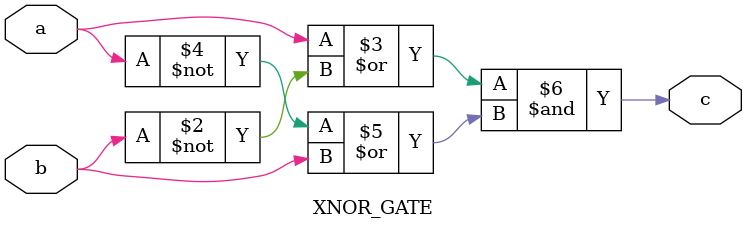
<source format=v>
`timescale 1ns/1ns
module XNOR_GATE (
    input wire a, b, output wire c
);
    assign c = (a|(~b)) & ((~a)|b);
endmodule
module tb;
reg A, B;
wire R;
XNOR_GATE GATE0 (A,B,R);
initial begin 
    A=0;
    B=0;
    #2;
    $monitor("A=%b,B=%b,R=%b",A,B,R);
    repeat(10) begin
    A=$random;
    B=$random;
    #5;
    end
end
endmodule

</source>
